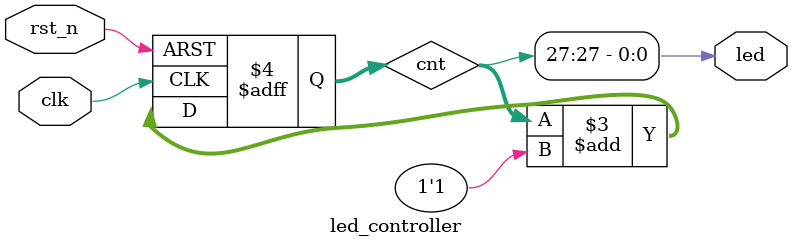
<source format=v>
module led_controller(
				//Ê±ÖÓºÍ¸´Î»½Ó¿Ú
			input clk,		//25MHzÊäÈëÊ±ÖÓ	
			input rst_n,	//µÍµçÆ½ÏµÍ³¸´Î»ÐÅºÅÊäÈë	
				//LEDÖ¸Ê¾µÆ½Ó¿Ú
			output led		//ÓÃÓÚ²âÊÔµÄLEDÖ¸Ê¾µÆ
		);

		
////////////////////////////////////////////////////		
//¼ÆÊý²úÉúLEDÉÁË¸ÆµÂÊ	
reg[27:0] cnt;

always @(posedge clk or negedge rst_n)
	if(!rst_n) cnt <= 28'd0;
	else cnt <= cnt+1'b1;

assign led = cnt[27];		

endmodule


</source>
